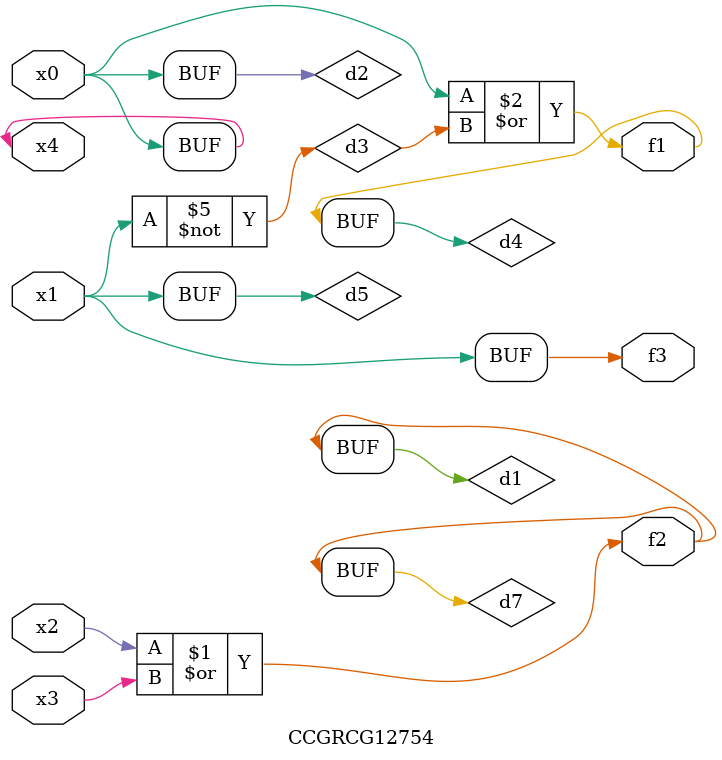
<source format=v>
module CCGRCG12754(
	input x0, x1, x2, x3, x4,
	output f1, f2, f3
);

	wire d1, d2, d3, d4, d5, d6, d7;

	or (d1, x2, x3);
	buf (d2, x0, x4);
	not (d3, x1);
	or (d4, d2, d3);
	not (d5, d3);
	nand (d6, d1, d3);
	or (d7, d1);
	assign f1 = d4;
	assign f2 = d7;
	assign f3 = d5;
endmodule

</source>
